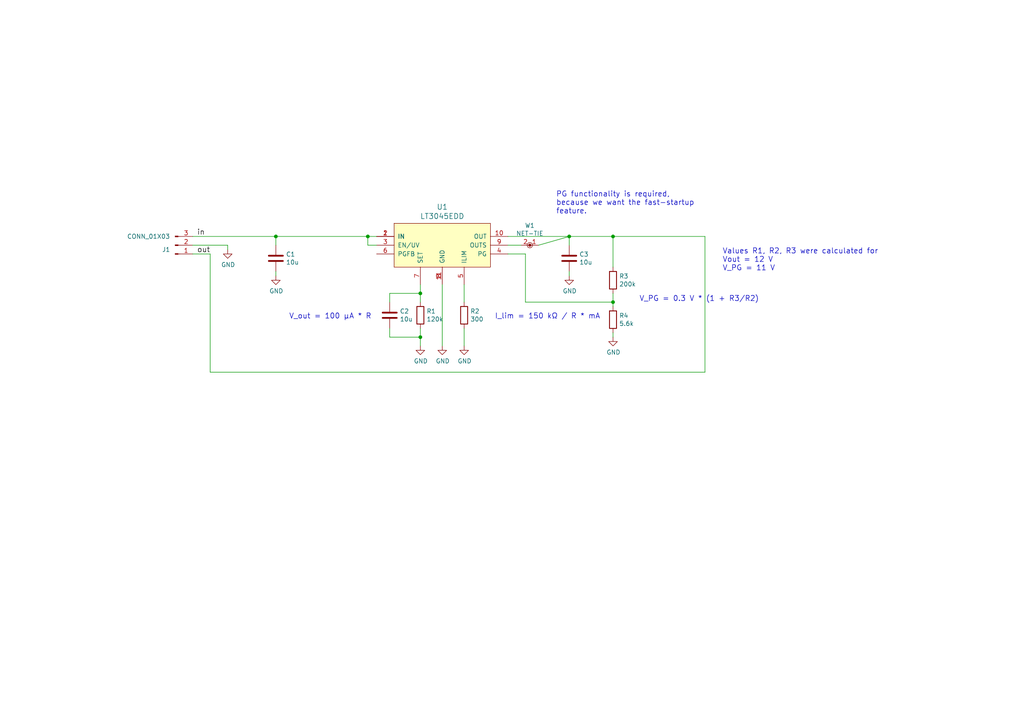
<source format=kicad_sch>
(kicad_sch (version 20230121) (generator eeschema)
  (paper "A4")
  (title_block (title "LT3045 Breakout Board") (date "2017-12-14") (rev "v1.1") (comment 1 "Copyright (©) 2017, Patrick Baus <patrick.baus@physik.tu-darmstadt.de>") (comment 2 "Licensed under CERN OHL v.1.2"))
  (lib_symbols
    (symbol "LT3045_breakout-rescue:C" (pin_numbers hide) (pin_names (offset 0.254))
      (property "Reference" "C" (at 0.635 2.54 0))
      (property "Value" "C" (at 0.635 -2.54 0))
      (symbol "C_0_1"
        (polyline (pts (xy -2.032 -0.762) (xy 2.032 -0.762)) (stroke (width 0.508)))
        (polyline (pts (xy -2.032 0.762) (xy 2.032 0.762)) (stroke (width 0.508)))
      )
      (symbol "C_1_1"
        (pin passive line (at 0 3.81 270) (length 2.794) (name "~") (number "1"))
        (pin passive line (at 0 -3.81 90) (length 2.794) (name "~") (number "2"))
      )
    )
    (symbol "LT3045_breakout-rescue:Conn_01x03_Male" (pin_names (offset 1.016) hide)
      (property "Reference" "J" (at 0 5.08 0))
      (property "Value" "Conn_01x03_Male" (at 0 -5.08 0))
      (symbol "Conn_01x03_Male_1_1"
        (polyline (pts (xy 1.27 -2.54) (xy 0.8636 -2.54)) (stroke (width 0.1524)))
        (polyline (pts (xy 1.27 0) (xy 0.8636 0)) (stroke (width 0.1524)))
        (polyline (pts (xy 1.27 2.54) (xy 0.8636 2.54)) (stroke (width 0.1524)))
        (rectangle (start 0.8636 -2.413) (end 0 -2.667) (stroke (width 0.1524)) (fill (type outline)))
        (rectangle (start 0.8636 0.127) (end 0 -0.127) (stroke (width 0.1524)) (fill (type outline)))
        (rectangle (start 0.8636 2.667) (end 0 2.413) (stroke (width 0.1524)) (fill (type outline)))
        (pin passive line (at 5.08 2.54 180) (length 3.81) (name "Pin_1") (number "1"))
        (pin passive line (at 5.08 0 180) (length 3.81) (name "Pin_2") (number "2"))
        (pin passive line (at 5.08 -2.54 180) (length 3.81) (name "Pin_3") (number "3"))
      )
    )
    (symbol "LT3045_breakout-rescue:GND" (power) (pin_names (offset 0))
      (property "Value" "GND" (at 0 -3.81 0))
      (symbol "GND_0_1"
        (polyline (pts (xy 0 0) (xy 0 -1.27) (xy 1.27 -1.27) (xy 0 -2.54) (xy -1.27 -1.27) (xy 0 -1.27)))
      )
      (symbol "GND_1_1"
        (pin power_in line (at 0 0 270) (length 0) hide (name "GND") (number "1"))
      )
    )
    (symbol "LT3045_breakout-rescue:LT3045EDD" (pin_names (offset 1.016))
      (property "Reference" "U" (at 0 8.89 0))
      (property "Value" "LT3045EDD" (at 10.16 8.89 0))
      (symbol "LT3045EDD_0_1"
        (rectangle (start -13.97 6.35) (end 13.97 -6.35) (fill (type background)))
      )
      (symbol "LT3045EDD_1_1"
        (pin power_in line (at -19.05 2.54 0) (length 5.08) (name "IN") (number "1"))
        (pin power_out line (at 19.05 2.54 180) (length 5.08) (name "OUT") (number "10"))
        (pin power_in line (at 0 -11.43 90) (length 5.08) (name "~") (number "11"))
        (pin power_in line (at -19.05 2.54 0) (length 5.08) (name "IN") (number "2"))
        (pin input line (at -19.05 0 0) (length 5.08) (name "EN/UV") (number "3"))
        (pin output line (at 19.05 -2.54 180) (length 5.08) (name "PG") (number "4"))
        (pin input line (at 6.35 -11.43 90) (length 5.08) (name "ILIM") (number "5"))
        (pin input line (at -19.05 -2.54 0) (length 5.08) (name "PGFB") (number "6"))
        (pin input line (at -6.35 -11.43 90) (length 5.08) (name "SET") (number "7"))
        (pin power_in line (at 0 -11.43 90) (length 5.08) (name "GND") (number "8"))
        (pin input line (at 19.05 0 180) (length 5.08) (name "OUTS") (number "9"))
      )
    )
    (symbol "LT3045_breakout-rescue:NET-TIE" (pin_names (offset 1.016))
      (property "Reference" "W" (at 0 6.35 0))
      (property "Value" "NET-TIE" (at 0 3.81 0))
      (symbol "NET-TIE_0_1"
        (circle (center 0 0) (radius 0.3556) (fill (type outline)))
        (circle (center 0 0) (radius 0.762))
      )
      (symbol "NET-TIE_1_1"
        (pin passive line (at -2.54 0 0) (length 2.54) (name "~") (number "1"))
        (pin passive line (at 2.54 0 180) (length 2.54) (name "~") (number "2"))
      )
    )
    (symbol "LT3045_breakout-rescue:R" (pin_numbers hide) (pin_names (offset 0))
      (property "Reference" "R" (at 2.032 0 90))
      (property "Value" "R" (at 0 0 90))
      (symbol "R_0_1"
        (rectangle (start -1.016 -2.54) (end 1.016 2.54) (stroke (width 0.254)))
      )
      (symbol "R_1_1"
        (pin passive line (at 0 3.81 270) (length 1.27) (name "~") (number "1"))
        (pin passive line (at 0 -3.81 90) (length 1.27) (name "~") (number "2"))
      )
    )
  )
  (junction (at 177.8 68.58))
  (junction (at 106.68 68.58))
  (junction (at 121.92 97.79))
  (junction (at 165.1 68.58))
  (junction (at 121.92 85.09))
  (junction (at 177.8 87.63))
  (junction (at 80.01 68.58))
  (wire (pts (xy 60.96 107.95) (xy 204.47 107.95)))
  (wire (pts (xy 80.01 68.58) (xy 106.68 68.58)))
  (wire (pts (xy 55.88 73.66) (xy 60.96 73.66)))
  (wire (pts (xy 204.47 107.95) (xy 204.47 68.58)))
  (wire (pts (xy 60.96 73.66) (xy 60.96 107.95)))
  (wire (pts (xy 147.32 68.58) (xy 165.1 68.58)))
  (wire (pts (xy 134.62 87.63) (xy 134.62 82.55)))
  (wire (pts (xy 113.03 95.25) (xy 113.03 97.79)))
  (wire (pts (xy 80.01 80.01) (xy 80.01 78.74)))
  (wire (pts (xy 66.04 71.12) (xy 66.04 72.39)))
  (wire (pts (xy 134.62 100.33) (xy 134.62 95.25)))
  (wire (pts (xy 177.8 85.09) (xy 177.8 87.63)))
  (wire (pts (xy 109.22 71.12) (xy 106.68 71.12)))
  (wire (pts (xy 55.88 71.12) (xy 66.04 71.12)))
  (wire (pts (xy 121.92 85.09) (xy 121.92 87.63)))
  (wire (pts (xy 121.92 82.55) (xy 121.92 85.09)))
  (wire (pts (xy 113.03 97.79) (xy 121.92 97.79)))
  (wire (pts (xy 165.1 68.58) (xy 165.1 71.12)))
  (wire (pts (xy 121.92 97.79) (xy 121.92 100.33)))
  (wire (pts (xy 55.88 68.58) (xy 80.01 68.58)))
  (wire (pts (xy 121.92 95.25) (xy 121.92 97.79)))
  (wire (pts (xy 165.1 68.58) (xy 177.8 68.58)))
  (wire (pts (xy 128.27 82.55) (xy 128.27 100.33)))
  (wire (pts (xy 151.13 71.12) (xy 147.32 71.12)))
  (wire (pts (xy 121.92 85.09) (xy 113.03 85.09)))
  (wire (pts (xy 152.4 87.63) (xy 177.8 87.63)))
  (wire (pts (xy 113.03 85.09) (xy 113.03 87.63)))
  (wire (pts (xy 177.8 68.58) (xy 204.47 68.58)))
  (wire (pts (xy 106.68 71.12) (xy 106.68 68.58)))
  (wire (pts (xy 106.68 68.58) (xy 109.22 68.58)))
  (wire (pts (xy 165.1 68.58) (xy 156.21 71.12)))
  (wire (pts (xy 165.1 78.74) (xy 165.1 80.01)))
  (wire (pts (xy 80.01 71.12) (xy 80.01 68.58)))
  (wire (pts (xy 177.8 68.58) (xy 177.8 77.47)))
  (wire (pts (xy 177.8 87.63) (xy 177.8 88.9)))
  (wire (pts (xy 147.32 73.66) (xy 152.4 73.66)))
  (wire (pts (xy 152.4 73.66) (xy 152.4 87.63)))
  (wire (pts (xy 177.8 97.79) (xy 177.8 96.52)))
  (text "Values R1, R2, R3 were calculated for\nVout = 12 V\nV_PG = 11 V" (at 209.55 78.74 0) (effects (font (size 1.524 1.524)) (justify left bottom)))
  (text "V_PG = 0.3 V * (1 + R3/R2)" (at 185.42 87.63 0) (effects (font (size 1.524 1.524)) (justify left bottom)))
  (text "V_out = 100 µA * R" (at 83.82 92.71 0) (effects (font (size 1.524 1.524)) (justify left bottom)))
  (text "I_lim = 150 kΩ / R * mA" (at 143.51 92.71 0) (effects (font (size 1.524 1.524)) (justify left bottom)))
  (text "PG functionality is required,\nbecause we want the fast-startup\nfeature." (at 161.29 62.23 0) (effects (font (size 1.524 1.524)) (justify left bottom)))
  (label "out" (at 57.15 73.66 0) (effects (font (size 1.524 1.524))))
  (label "in" (at 57.15 68.58 0) (effects (font (size 1.524 1.524))))
  (symbol (lib_id "LT3045_breakout-rescue:Conn_01x03_Male") (at 50.8 71.12 0) (mirror x) (unit 1)
    (property "Reference" "J1" (at 46.99 72.39 0) (effects (justify left)))
    (property "Value" "CONN_01X03" (at 36.83 68.58 0) (effects (justify left)))
    (property "Footprint" "Pin_Headers:Pin_Header_Angled_1x03_Pitch2.54mm" (effects hide))
    (property "MFN" "Amphenol" (effects hide))
    (property "MFP" "68016-403HLF" (effects hide))
  )
  (symbol (lib_id "LT3045_breakout-rescue:GND") (at 66.04 72.39 0) (unit 1)
    (property "Reference" "#PWR01" (effects hide))
    (property "Value" "GND" (at 66.167 76.7842 0))
  )
  (symbol (lib_id "LT3045_breakout-rescue:LT3045EDD") (at 128.27 71.12 0) (unit 1)
    (property "Reference" "U1" (at 128.27 60.0202 0) (effects (font (size 1.524 1.524))))
    (property "Value" "LT3045EDD" (at 128.27 62.7126 0) (effects (font (size 1.524 1.524))))
    (property "Footprint" "Housings_DFN_QFN:DFN-10-1EP_3x3mm_Pitch0.5mm" (effects hide))
    (property "MFN" "Linear Technology" (effects hide))
    (property "MFP" "LT3045EDD" (effects hide))
  )
  (symbol (lib_id "LT3045_breakout-rescue:R") (at 121.92 91.44 0) (unit 1)
    (property "Reference" "R1" (at 123.698 90.2716 0) (effects (justify left)))
    (property "Value" "120k" (at 123.698 92.583 0) (effects (justify left)))
    (property "Footprint" "Resistors_SMD:R_0603" (effects hide))
    (property "MFN" "Susumu" (effects hide))
    (property "MFP" "RR0816P-124-D" (effects hide))
  )
  (symbol (lib_id "LT3045_breakout-rescue:GND") (at 121.92 100.33 0) (unit 1)
    (property "Reference" "#PWR02" (effects hide))
    (property "Value" "GND" (at 122.047 104.7242 0))
  )
  (symbol (lib_id "LT3045_breakout-rescue:GND") (at 128.27 100.33 0) (unit 1)
    (property "Reference" "#PWR03" (effects hide))
    (property "Value" "GND" (at 128.397 104.7242 0))
  )
  (symbol (lib_id "LT3045_breakout-rescue:R") (at 134.62 91.44 0) (unit 1)
    (property "Reference" "R2" (at 136.398 90.2716 0) (effects (justify left)))
    (property "Value" "300" (at 136.398 92.583 0) (effects (justify left)))
    (property "Footprint" "Resistors_SMD:R_0603" (effects hide))
    (property "MFN" "Susumu" (effects hide))
    (property "MFP" "RR0816P-301-D" (effects hide))
  )
  (symbol (lib_id "LT3045_breakout-rescue:GND") (at 134.62 100.33 0) (unit 1)
    (property "Reference" "#PWR04" (effects hide))
    (property "Value" "GND" (at 134.747 104.7242 0))
  )
  (symbol (lib_id "LT3045_breakout-rescue:NET-TIE") (at 153.67 71.12 0) (mirror y) (unit 1)
    (property "Reference" "W1" (at 153.67 65.405 0))
    (property "Value" "NET-TIE" (at 153.67 67.7164 0))
    (property "Footprint" "Custom footprints:NET-TIE-0.15mm" (effects hide))
  )
  (symbol (lib_id "LT3045_breakout-rescue:C") (at 165.1 74.93 0) (unit 1)
    (property "Reference" "C3" (at 168.021 73.7616 0) (effects (justify left)))
    (property "Value" "10u" (at 168.021 76.073 0) (effects (justify left)))
    (property "Footprint" "Capacitors_SMD:C_0603" (effects hide))
    (property "MFN" "Murata" (effects hide))
    (property "MFP" "GRM188R6YA106MA73D" (effects hide))
    (property "Alternative" "GRM188R6YA475KE15D" (effects hide))
  )
  (symbol (lib_id "LT3045_breakout-rescue:R") (at 177.8 81.28 0) (unit 1)
    (property "Reference" "R3" (at 179.578 80.1116 0) (effects (justify left)))
    (property "Value" "200k" (at 179.578 82.423 0) (effects (justify left)))
    (property "Footprint" "Resistors_SMD:R_0402" (effects hide))
    (property "MFN" "Vishay" (effects hide))
    (property "MFP" "MCS04020C2003FE000" (effects hide))
  )
  (symbol (lib_id "LT3045_breakout-rescue:R") (at 177.8 92.71 0) (unit 1)
    (property "Reference" "R4" (at 179.578 91.5416 0) (effects (justify left)))
    (property "Value" "5.6k" (at 179.578 93.853 0) (effects (justify left)))
    (property "Footprint" "Resistors_SMD:R_0402" (effects hide))
    (property "MFN" "Susumu" (effects hide))
    (property "MFP" "RR0510P-562-D" (effects hide))
  )
  (symbol (lib_id "LT3045_breakout-rescue:GND") (at 165.1 80.01 0) (unit 1)
    (property "Reference" "#PWR05" (effects hide))
    (property "Value" "GND" (at 165.227 84.4042 0))
  )
  (symbol (lib_id "LT3045_breakout-rescue:GND") (at 177.8 97.79 0) (unit 1)
    (property "Reference" "#PWR07" (effects hide))
    (property "Value" "GND" (at 177.927 102.1842 0))
  )
  (symbol (lib_id "LT3045_breakout-rescue:C") (at 80.01 74.93 0) (unit 1)
    (property "Reference" "C1" (at 82.931 73.7616 0) (effects (justify left)))
    (property "Value" "10u" (at 82.931 76.073 0) (effects (justify left)))
    (property "Footprint" "Capacitors_SMD:C_0603" (effects hide))
    (property "MFN" "Murata" (effects hide))
    (property "MFP" "GRM188R6YA106MA73D" (effects hide))
    (property "Alternative" "GRM188R6YA475KE15D" (effects hide))
  )
  (symbol (lib_id "LT3045_breakout-rescue:GND") (at 80.01 80.01 0) (unit 1)
    (property "Reference" "#PWR06" (effects hide))
    (property "Value" "GND" (at 80.137 84.4042 0))
  )
  (symbol (lib_id "LT3045_breakout-rescue:C") (at 113.03 91.44 0) (unit 1)
    (property "Reference" "C2" (at 115.951 90.2716 0) (effects (justify left)))
    (property "Value" "10u" (at 115.951 92.583 0) (effects (justify left)))
    (property "Footprint" "Capacitors_SMD:C_0603" (effects hide))
    (property "MFN" "Murata" (effects hide))
    (property "MFP" "GRM188R6YA106MA73D" (effects hide))
    (property "Alternative" "GRM188R6YA475KE15D" (effects hide))
  )
)
</source>
